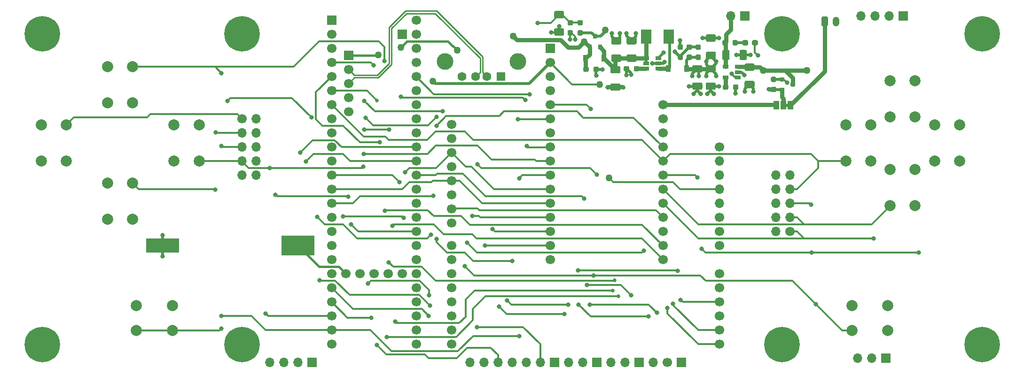
<source format=gbr>
%TF.GenerationSoftware,KiCad,Pcbnew,5.1.9*%
%TF.CreationDate,2021-01-24T16:08:06-08:00*%
%TF.ProjectId,TeensyDisplayShield,5465656e-7379-4446-9973-706c61795368,rev?*%
%TF.SameCoordinates,Original*%
%TF.FileFunction,Copper,L1,Top*%
%TF.FilePolarity,Positive*%
%FSLAX46Y46*%
G04 Gerber Fmt 4.6, Leading zero omitted, Abs format (unit mm)*
G04 Created by KiCad (PCBNEW 5.1.9) date 2021-01-24 16:08:06*
%MOMM*%
%LPD*%
G01*
G04 APERTURE LIST*
%TA.AperFunction,EtchedComponent*%
%ADD10C,0.100000*%
%TD*%
%TA.AperFunction,ComponentPad*%
%ADD11C,1.700000*%
%TD*%
%TA.AperFunction,ComponentPad*%
%ADD12O,1.700000X1.700000*%
%TD*%
%TA.AperFunction,ComponentPad*%
%ADD13R,1.700000X1.700000*%
%TD*%
%TA.AperFunction,SMDPad,CuDef*%
%ADD14R,0.900000X1.200000*%
%TD*%
%TA.AperFunction,ComponentPad*%
%ADD15C,1.600000*%
%TD*%
%TA.AperFunction,ComponentPad*%
%ADD16R,1.600000X1.500000*%
%TD*%
%TA.AperFunction,ComponentPad*%
%ADD17C,3.000000*%
%TD*%
%TA.AperFunction,ComponentPad*%
%ADD18O,1.200000X1.750000*%
%TD*%
%TA.AperFunction,SMDPad,CuDef*%
%ADD19R,1.000000X1.500000*%
%TD*%
%TA.AperFunction,ComponentPad*%
%ADD20C,2.000000*%
%TD*%
%TA.AperFunction,SMDPad,CuDef*%
%ADD21R,1.060000X0.650000*%
%TD*%
%TA.AperFunction,SMDPad,CuDef*%
%ADD22R,6.000000X2.600000*%
%TD*%
%TA.AperFunction,SMDPad,CuDef*%
%ADD23R,6.000000X3.600000*%
%TD*%
%TA.AperFunction,SMDPad,CuDef*%
%ADD24R,0.800000X0.900000*%
%TD*%
%TA.AperFunction,SMDPad,CuDef*%
%ADD25R,1.900000X2.500000*%
%TD*%
%TA.AperFunction,SMDPad,CuDef*%
%ADD26R,0.900000X0.800000*%
%TD*%
%TA.AperFunction,ComponentPad*%
%ADD27C,6.400000*%
%TD*%
%TA.AperFunction,ViaPad*%
%ADD28C,0.800000*%
%TD*%
%TA.AperFunction,ViaPad*%
%ADD29C,1.270000*%
%TD*%
%TA.AperFunction,ViaPad*%
%ADD30C,0.685800*%
%TD*%
%TA.AperFunction,Conductor*%
%ADD31C,0.500000*%
%TD*%
%TA.AperFunction,Conductor*%
%ADD32C,0.300000*%
%TD*%
%TA.AperFunction,Conductor*%
%ADD33C,0.750000*%
%TD*%
%TA.AperFunction,Conductor*%
%ADD34C,0.261112*%
%TD*%
%TA.AperFunction,Conductor*%
%ADD35C,0.400000*%
%TD*%
G04 APERTURE END LIST*
D10*
%TO.C,JP2*%
G36*
X175000000Y-94390000D02*
G01*
X174500000Y-94390000D01*
X174500000Y-93790000D01*
X175000000Y-93790000D01*
X175000000Y-94390000D01*
G37*
%TD*%
D11*
%TO.P,A2,16*%
%TO.N,Net-(A2-Pad16)*%
X114300000Y-134620000D03*
%TO.P,A2,15*%
%TO.N,Net-(A2-Pad15)*%
X114300000Y-137160000D03*
%TO.P,A2,14*%
%TO.N,A5-SCL*%
X162560000Y-137160000D03*
%TO.P,A2,13*%
%TO.N,A4-SDA*%
X162560000Y-134620000D03*
%TO.P,A2,28*%
%TO.N,D13-SPI-SCK*%
X114300000Y-102620000D03*
%TO.P,A2,12*%
%TO.N,Net-(A2-Pad12)*%
X162560000Y-132080000D03*
%TO.P,A2,27*%
%TO.N,D12-SPI-MISO*%
X114300000Y-105160000D03*
%TO.P,A2,11*%
%TO.N,A8*%
X162560000Y-129540000D03*
%TO.P,A2,26*%
%TO.N,D11-SPI-MOSI*%
X114300000Y-107700000D03*
%TO.P,A2,10*%
%TO.N,Net-(A2-Pad10)*%
X162560000Y-127000000D03*
%TO.P,A2,25*%
%TO.N,D10-SPI-CS*%
X114300000Y-110240000D03*
%TO.P,A2,9*%
%TO.N,Net-(A2-Pad9)*%
X162560000Y-124460000D03*
%TO.P,A2,24*%
%TO.N,D9*%
X114300000Y-112780000D03*
%TO.P,A2,8*%
%TO.N,+5V*%
X162560000Y-119380000D03*
%TO.P,A2,23*%
%TO.N,D8-TX2*%
X114300000Y-115320000D03*
%TO.P,A2,7*%
%TO.N,GND*%
X162560000Y-116840000D03*
%TO.P,A2,22*%
%TO.N,Net-(A2-Pad22)*%
X114300000Y-119380000D03*
%TO.P,A2,6*%
%TO.N,GND*%
X162560000Y-114300000D03*
%TO.P,A2,21*%
%TO.N,Net-(A2-Pad21)*%
X114300000Y-121920000D03*
D12*
%TO.P,A2,5*%
%TO.N,+5V*%
X162560000Y-111760000D03*
D11*
%TO.P,A2,20*%
%TO.N,Net-(A2-Pad20)*%
X114300000Y-124460000D03*
D12*
%TO.P,A2,4*%
%TO.N,+3V3*%
X162560000Y-109220000D03*
D11*
%TO.P,A2,19*%
%TO.N,Net-(A2-Pad19)*%
X114300000Y-127000000D03*
D12*
%TO.P,A2,3*%
%TO.N,Net-(A2-Pad3)*%
X162560000Y-106680000D03*
D11*
%TO.P,A2,18*%
%TO.N,Net-(A2-Pad18)*%
X114300000Y-129540000D03*
D12*
%TO.P,A2,2*%
%TO.N,Net-(A2-Pad2)*%
X162560000Y-104140000D03*
D11*
%TO.P,A2,17*%
%TO.N,Net-(A2-Pad17)*%
X114300000Y-132080000D03*
%TO.P,A2,1*%
%TO.N,Net-(A2-Pad1)*%
X162560000Y-101600000D03*
%TO.P,A2,30*%
%TO.N,Net-(A2-Pad30)*%
X114300000Y-97540000D03*
%TO.P,A2,29*%
%TO.N,GND*%
X114300000Y-100080000D03*
%TD*%
%TO.P,A1,16*%
%TO.N,Net-(A1-Pad16)*%
X132080000Y-121920000D03*
%TO.P,A1,15*%
%TO.N,D1-TX1-SPI1-MISO1*%
X132080000Y-119380000D03*
%TO.P,A1,14*%
%TO.N,D0-RX1-SPI-CS1*%
X132080000Y-116840000D03*
%TO.P,A1,13*%
%TO.N,D12-SPI-MISO*%
X132080000Y-114300000D03*
%TO.P,A1,12*%
%TO.N,D11-SPI-MOSI*%
X132080000Y-111760000D03*
%TO.P,A1,11*%
%TO.N,D13-SPI-SCK*%
X132080000Y-109220000D03*
%TO.P,A1,10*%
%TO.N,Button-B*%
X132080000Y-106680000D03*
%TO.P,A1,9*%
%TO.N,Button-Y*%
X132080000Y-104140000D03*
%TO.P,A1,8*%
%TO.N,A9*%
X132080000Y-101600000D03*
%TO.P,A1,7*%
%TO.N,A8*%
X132080000Y-99060000D03*
%TO.P,A1,6*%
%TO.N,A17*%
X132080000Y-96520000D03*
%TO.P,A1,5*%
%TO.N,A16*%
X132080000Y-93980000D03*
%TO.P,A1,4*%
%TO.N,GND*%
X132080000Y-91440000D03*
%TO.P,A1,3*%
%TO.N,Net-(A1-Pad3)*%
X132080000Y-88900000D03*
%TO.P,A1,2*%
%TO.N,+3V3*%
X132080000Y-86360000D03*
D13*
%TO.P,A1,1*%
%TO.N,Net-(A1-Pad1)*%
X132080000Y-83820000D03*
D11*
%TO.P,A1,28*%
%TO.N,Feather-VBAT*%
X152400000Y-93980000D03*
%TO.P,A1,27*%
%TO.N,Net-(A1-Pad27)*%
X152400000Y-96520000D03*
%TO.P,A1,26*%
%TO.N,+5V*%
X152400000Y-99060000D03*
%TO.P,A1,25*%
%TO.N,Button-Select*%
X152400000Y-101600000D03*
%TO.P,A1,24*%
%TO.N,Button-Right*%
X152400000Y-104140000D03*
%TO.P,A1,23*%
%TO.N,Button-Left*%
X152400000Y-106680000D03*
%TO.P,A1,22*%
%TO.N,Button-Down*%
X152400000Y-109220000D03*
%TO.P,A1,21*%
%TO.N,Button-Up*%
X152400000Y-111760000D03*
%TO.P,A1,20*%
%TO.N,D9*%
X152400000Y-114300000D03*
%TO.P,A1,19*%
%TO.N,D8-TX2*%
X152400000Y-116840000D03*
%TO.P,A1,18*%
%TO.N,A5-SCL*%
X152400000Y-119380000D03*
%TO.P,A1,17*%
%TO.N,A4-SDA*%
X152400000Y-121920000D03*
%TD*%
D14*
%TO.P,D2,2*%
%TO.N,VUSB*%
X138500000Y-85580000D03*
%TO.P,D2,1*%
%TO.N,Net-(C3-Pad1)*%
X141800000Y-85580000D03*
%TD*%
%TO.P,D1,2*%
%TO.N,Net-(D1-Pad2)*%
%TA.AperFunction,SMDPad,CuDef*%
G36*
G01*
X167752000Y-82562500D02*
X167752000Y-83037500D01*
G75*
G02*
X167514500Y-83275000I-237500J0D01*
G01*
X166939500Y-83275000D01*
G75*
G02*
X166702000Y-83037500I0J237500D01*
G01*
X166702000Y-82562500D01*
G75*
G02*
X166939500Y-82325000I237500J0D01*
G01*
X167514500Y-82325000D01*
G75*
G02*
X167752000Y-82562500I0J-237500D01*
G01*
G37*
%TD.AperFunction*%
%TO.P,D1,1*%
%TO.N,Net-(D1-Pad1)*%
%TA.AperFunction,SMDPad,CuDef*%
G36*
G01*
X169502000Y-82562500D02*
X169502000Y-83037500D01*
G75*
G02*
X169264500Y-83275000I-237500J0D01*
G01*
X168689500Y-83275000D01*
G75*
G02*
X168452000Y-83037500I0J237500D01*
G01*
X168452000Y-82562500D01*
G75*
G02*
X168689500Y-82325000I237500J0D01*
G01*
X169264500Y-82325000D01*
G75*
G02*
X169502000Y-82562500I0J-237500D01*
G01*
G37*
%TD.AperFunction*%
%TD*%
D15*
%TO.P,J2,4*%
%TO.N,GND*%
X116190000Y-88900000D03*
%TO.P,J2,3*%
%TO.N,USBHost_D+*%
X118690000Y-88900000D03*
%TO.P,J2,2*%
%TO.N,USBHost_D-*%
X120690000Y-88900000D03*
D16*
%TO.P,J2,1*%
%TO.N,USBHost_5V*%
X123190000Y-88900000D03*
D17*
%TO.P,J2,5*%
%TO.N,Net-(J2-Pad5)*%
X113120000Y-86190000D03*
X126260000Y-86190000D03*
%TD*%
D13*
%TO.P,J5,1*%
%TO.N,GND*%
X195700000Y-78000000D03*
D12*
%TO.P,J5,2*%
%TO.N,+5V*%
X193160000Y-78000000D03*
%TO.P,J5,3*%
X190620000Y-78000000D03*
%TO.P,J5,4*%
%TO.N,VBAT*%
X188080000Y-78000000D03*
%TD*%
%TO.P,J1,1*%
%TO.N,Onboard-VBAT*%
%TA.AperFunction,ComponentPad*%
G36*
G01*
X180950000Y-79575001D02*
X180950000Y-78324999D01*
G75*
G02*
X181199999Y-78075000I249999J0D01*
G01*
X181900001Y-78075000D01*
G75*
G02*
X182150000Y-78324999I0J-249999D01*
G01*
X182150000Y-79575001D01*
G75*
G02*
X181900001Y-79825000I-249999J0D01*
G01*
X181199999Y-79825000D01*
G75*
G02*
X180950000Y-79575001I0J249999D01*
G01*
G37*
%TD.AperFunction*%
D18*
%TO.P,J1,2*%
%TO.N,GND*%
X183550000Y-78950000D03*
%TD*%
D13*
%TO.P,J6,1*%
%TO.N,GND*%
X167170000Y-78000000D03*
D12*
%TO.P,J6,2*%
%TO.N,VUSB*%
X164630000Y-78000000D03*
%TD*%
%TO.P,J3,16*%
%TO.N,D35-TX8*%
X117602000Y-140440000D03*
%TO.P,J3,15*%
%TO.N,D34-RX8*%
X120142000Y-140440000D03*
%TO.P,J3,14*%
%TO.N,D29-TX7*%
X122682000Y-140440000D03*
%TO.P,J3,13*%
%TO.N,D28-RX7*%
X125222000Y-140440000D03*
%TO.P,J3,12*%
%TO.N,A10-SCL2-TX6*%
X127762000Y-140440000D03*
%TO.P,J3,11*%
%TO.N,A11-SDA2-RX6*%
X130302000Y-140440000D03*
D13*
%TO.P,J3,10*%
%TO.N,GND*%
X132842000Y-140440000D03*
D12*
%TO.P,J3,9*%
%TO.N,A6-TX5*%
X135382000Y-140440000D03*
%TO.P,J3,8*%
%TO.N,A7-RX5*%
X137922000Y-140440000D03*
D13*
%TO.P,J3,7*%
%TO.N,GND*%
X140462000Y-140440000D03*
D12*
%TO.P,J3,6*%
%TO.N,A0-TX3*%
X143002000Y-140440000D03*
%TO.P,J3,5*%
%TO.N,A1-RX3*%
X145542000Y-140440000D03*
D13*
%TO.P,J3,4*%
%TO.N,GND*%
X148082000Y-140440000D03*
D12*
%TO.P,J3,3*%
%TO.N,D1-TX1-SPI1-MISO1*%
X150622000Y-140440000D03*
D11*
%TO.P,J3,2*%
%TO.N,D0-RX1-SPI-CS1*%
X153162000Y-140440000D03*
D13*
%TO.P,J3,1*%
%TO.N,GND*%
X155702000Y-140440000D03*
%TD*%
D19*
%TO.P,JP2,1*%
%TO.N,Onboard-VBAT*%
X175400000Y-94090000D03*
%TO.P,JP2,3*%
%TO.N,Feather-VBAT*%
X172800000Y-94090000D03*
%TO.P,JP2,2*%
%TO.N,Net-(JP2-Pad2)*%
X174100000Y-94090000D03*
%TD*%
D20*
%TO.P,SW2,1*%
%TO.N,Button-Up*%
X197850000Y-89640000D03*
%TO.P,SW2,2*%
%TO.N,GND*%
X193350000Y-89640000D03*
%TO.P,SW2,1*%
%TO.N,Button-Up*%
X197850000Y-96140000D03*
%TO.P,SW2,2*%
%TO.N,GND*%
X193350000Y-96140000D03*
%TD*%
D13*
%TO.P,U2,49*%
%TO.N,Teensy-VUSB*%
X105410000Y-81280000D03*
D11*
%TO.P,U2,59*%
%TO.N,GND*%
X95760800Y-95199200D03*
%TO.P,U2,58*%
X95760800Y-92659200D03*
%TO.P,U2,57*%
%TO.N,USBHost_D+*%
X95760800Y-90119200D03*
%TO.P,U2,56*%
%TO.N,USBHost_D-*%
X95760800Y-87579200D03*
D13*
%TO.P,U2,55*%
%TO.N,USBHost_5V*%
X95760800Y-85039200D03*
D11*
%TO.P,U2,48*%
%TO.N,+5V*%
X107950000Y-78740000D03*
%TO.P,U2,47*%
%TO.N,GND*%
X107950000Y-81280000D03*
%TO.P,U2,46*%
%TO.N,+3V3*%
X107950000Y-83820000D03*
%TO.P,U2,45*%
%TO.N,A9*%
X107950000Y-86360000D03*
%TO.P,U2,44*%
%TO.N,A8*%
X107950000Y-88900000D03*
%TO.P,U2,43*%
%TO.N,A7-RX5*%
X107950000Y-91440000D03*
%TO.P,U2,42*%
%TO.N,A6-TX5*%
X107950000Y-93980000D03*
%TO.P,U2,41*%
%TO.N,A5-SCL*%
X107950000Y-96520000D03*
%TO.P,U2,40*%
%TO.N,A4-SDA*%
X107950000Y-99060000D03*
%TO.P,U2,39*%
%TO.N,A3-SDA1-TX4*%
X107950000Y-101600000D03*
%TO.P,U2,38*%
%TO.N,A2-SCL1-RX4*%
X107950000Y-104140000D03*
%TO.P,U2,37*%
%TO.N,A1-RX3*%
X107950000Y-106680000D03*
%TO.P,U2,36*%
%TO.N,A0-TX3*%
X107950000Y-109220000D03*
%TO.P,U2,35*%
%TO.N,D13-SPI-SCK*%
X107950000Y-111760000D03*
D13*
%TO.P,U2,1*%
%TO.N,GND*%
X92710000Y-78740000D03*
D11*
%TO.P,U2,2*%
%TO.N,D0-RX1-SPI-CS1*%
X92710000Y-81280000D03*
%TO.P,U2,3*%
%TO.N,D1-TX1-SPI1-MISO1*%
X92710000Y-83820000D03*
%TO.P,U2,4*%
%TO.N,Button-Up*%
X92710000Y-86360000D03*
%TO.P,U2,5*%
%TO.N,Button-Down*%
X92710000Y-88900000D03*
%TO.P,U2,6*%
%TO.N,Button-Left*%
X92710000Y-91440000D03*
%TO.P,U2,7*%
%TO.N,Button-Right*%
X92710000Y-93980000D03*
%TO.P,U2,8*%
%TO.N,Button-Select*%
X92710000Y-96520000D03*
%TO.P,U2,9*%
%TO.N,D7-RX2*%
X92710000Y-99060000D03*
%TO.P,U2,10*%
%TO.N,D8-TX2*%
X92710000Y-101600000D03*
%TO.P,U2,11*%
%TO.N,D9*%
X92710000Y-104140000D03*
%TO.P,U2,12*%
%TO.N,D10-SPI-CS*%
X92710000Y-106680000D03*
%TO.P,U2,13*%
%TO.N,D11-SPI-MOSI*%
X92710000Y-109220000D03*
%TO.P,U2,34*%
%TO.N,GND*%
X107950000Y-114300000D03*
%TO.P,U2,33*%
%TO.N,A17*%
X107950000Y-116840000D03*
%TO.P,U2,32*%
%TO.N,A16*%
X107950000Y-119380000D03*
%TO.P,U2,31*%
%TO.N,A15-SPI1-MISO1*%
X107950000Y-121920000D03*
%TO.P,U2,30*%
%TO.N,A14-SPI1-CS1*%
X107950000Y-124460000D03*
%TO.P,U2,29*%
%TO.N,D37-SPI-CS*%
X107950000Y-127000000D03*
%TO.P,U2,28*%
%TO.N,D36-SPI-CS*%
X107950000Y-129540000D03*
%TO.P,U2,27*%
%TO.N,D35-TX8*%
X107950000Y-132080000D03*
%TO.P,U2,26*%
%TO.N,D34-RX8*%
X107950000Y-134620000D03*
%TO.P,U2,25*%
%TO.N,D33*%
X107950000Y-137160000D03*
%TO.P,U2,24*%
%TO.N,D32*%
X92710000Y-137160000D03*
%TO.P,U2,23*%
%TO.N,Button-B*%
X92710000Y-134620000D03*
%TO.P,U2,22*%
%TO.N,Button-Y*%
X92710000Y-132080000D03*
%TO.P,U2,21*%
%TO.N,D29-TX7*%
X92710000Y-129540000D03*
%TO.P,U2,14*%
%TO.N,D12-SPI-MISO*%
X92710000Y-111760000D03*
%TO.P,U2,15*%
%TO.N,+3V3*%
X92710000Y-114300000D03*
%TO.P,U2,16*%
%TO.N,A10-SCL2-TX6*%
X92710000Y-116840000D03*
%TO.P,U2,20*%
%TO.N,D28-RX7*%
X92710000Y-127000000D03*
%TO.P,U2,19*%
%TO.N,A13-SPI1-SCK1*%
X92710000Y-124460000D03*
%TO.P,U2,18*%
%TO.N,A12-SPI1-MOSI1*%
X92710000Y-121920000D03*
%TO.P,U2,17*%
%TO.N,A11-SDA2-RX6*%
X92710000Y-119380000D03*
%TO.P,U2,50*%
%TO.N,Net-(BT1-Pad1)*%
X95250000Y-124460000D03*
%TO.P,U2,51*%
%TO.N,Net-(U2-Pad51)*%
X97790000Y-124460000D03*
%TO.P,U2,52*%
%TO.N,GND*%
X100330000Y-124460000D03*
%TO.P,U2,53*%
%TO.N,Net-(U2-Pad53)*%
X102870000Y-124460000D03*
%TO.P,U2,54*%
%TO.N,Net-(U2-Pad54)*%
X105410000Y-124460000D03*
%TD*%
D21*
%TO.P,U1,5*%
%TO.N,Net-(R1-Pad1)*%
X163702000Y-89050000D03*
%TO.P,U1,4*%
%TO.N,VUSB*%
X163702000Y-87150000D03*
%TO.P,U1,3*%
%TO.N,VBAT*%
X165902000Y-87150000D03*
%TO.P,U1,2*%
%TO.N,GND*%
X165902000Y-88100000D03*
%TO.P,U1,1*%
%TO.N,Net-(D1-Pad1)*%
X165902000Y-89050000D03*
%TD*%
D12*
%TO.P,SW1,3*%
%TO.N,N/C*%
X187450000Y-139700000D03*
%TO.P,SW1,2*%
%TO.N,GND*%
X189990000Y-139700000D03*
D13*
%TO.P,SW1,1*%
%TO.N,Net-(Q2-Pad1)*%
X192530000Y-139700000D03*
%TD*%
%TO.P,R4,2*%
%TO.N,GND*%
%TA.AperFunction,SMDPad,CuDef*%
G36*
G01*
X146312500Y-87242500D02*
X146312500Y-87717500D01*
G75*
G02*
X146075000Y-87955000I-237500J0D01*
G01*
X145575000Y-87955000D01*
G75*
G02*
X145337500Y-87717500I0J237500D01*
G01*
X145337500Y-87242500D01*
G75*
G02*
X145575000Y-87005000I237500J0D01*
G01*
X146075000Y-87005000D01*
G75*
G02*
X146312500Y-87242500I0J-237500D01*
G01*
G37*
%TD.AperFunction*%
%TO.P,R4,1*%
%TO.N,Net-(R4-Pad1)*%
%TA.AperFunction,SMDPad,CuDef*%
G36*
G01*
X148137500Y-87242500D02*
X148137500Y-87717500D01*
G75*
G02*
X147900000Y-87955000I-237500J0D01*
G01*
X147400000Y-87955000D01*
G75*
G02*
X147162500Y-87717500I0J237500D01*
G01*
X147162500Y-87242500D01*
G75*
G02*
X147400000Y-87005000I237500J0D01*
G01*
X147900000Y-87005000D01*
G75*
G02*
X148137500Y-87242500I0J-237500D01*
G01*
G37*
%TD.AperFunction*%
%TD*%
%TO.P,R5,1*%
%TO.N,+5V*%
%TA.AperFunction,SMDPad,CuDef*%
G36*
G01*
X157387500Y-85892500D02*
X156912500Y-85892500D01*
G75*
G02*
X156675000Y-85655000I0J237500D01*
G01*
X156675000Y-85155000D01*
G75*
G02*
X156912500Y-84917500I237500J0D01*
G01*
X157387500Y-84917500D01*
G75*
G02*
X157625000Y-85155000I0J-237500D01*
G01*
X157625000Y-85655000D01*
G75*
G02*
X157387500Y-85892500I-237500J0D01*
G01*
G37*
%TD.AperFunction*%
%TO.P,R5,2*%
%TO.N,Net-(R5-Pad2)*%
%TA.AperFunction,SMDPad,CuDef*%
G36*
G01*
X157387500Y-84067500D02*
X156912500Y-84067500D01*
G75*
G02*
X156675000Y-83830000I0J237500D01*
G01*
X156675000Y-83330000D01*
G75*
G02*
X156912500Y-83092500I237500J0D01*
G01*
X157387500Y-83092500D01*
G75*
G02*
X157625000Y-83330000I0J-237500D01*
G01*
X157625000Y-83830000D01*
G75*
G02*
X157387500Y-84067500I-237500J0D01*
G01*
G37*
%TD.AperFunction*%
%TD*%
%TO.P,R6,2*%
%TO.N,GND*%
%TA.AperFunction,SMDPad,CuDef*%
G36*
G01*
X155787500Y-84067500D02*
X155312500Y-84067500D01*
G75*
G02*
X155075000Y-83830000I0J237500D01*
G01*
X155075000Y-83330000D01*
G75*
G02*
X155312500Y-83092500I237500J0D01*
G01*
X155787500Y-83092500D01*
G75*
G02*
X156025000Y-83330000I0J-237500D01*
G01*
X156025000Y-83830000D01*
G75*
G02*
X155787500Y-84067500I-237500J0D01*
G01*
G37*
%TD.AperFunction*%
%TO.P,R6,1*%
%TO.N,Net-(R5-Pad2)*%
%TA.AperFunction,SMDPad,CuDef*%
G36*
G01*
X155787500Y-85892500D02*
X155312500Y-85892500D01*
G75*
G02*
X155075000Y-85655000I0J237500D01*
G01*
X155075000Y-85155000D01*
G75*
G02*
X155312500Y-84917500I237500J0D01*
G01*
X155787500Y-84917500D01*
G75*
G02*
X156025000Y-85155000I0J-237500D01*
G01*
X156025000Y-85655000D01*
G75*
G02*
X155787500Y-85892500I-237500J0D01*
G01*
G37*
%TD.AperFunction*%
%TD*%
%TO.P,R7,1*%
%TO.N,+5V*%
%TA.AperFunction,SMDPad,CuDef*%
G36*
G01*
X158987500Y-85892500D02*
X158512500Y-85892500D01*
G75*
G02*
X158275000Y-85655000I0J237500D01*
G01*
X158275000Y-85155000D01*
G75*
G02*
X158512500Y-84917500I237500J0D01*
G01*
X158987500Y-84917500D01*
G75*
G02*
X159225000Y-85155000I0J-237500D01*
G01*
X159225000Y-85655000D01*
G75*
G02*
X158987500Y-85892500I-237500J0D01*
G01*
G37*
%TD.AperFunction*%
%TO.P,R7,2*%
%TO.N,Net-(R5-Pad2)*%
%TA.AperFunction,SMDPad,CuDef*%
G36*
G01*
X158987500Y-84067500D02*
X158512500Y-84067500D01*
G75*
G02*
X158275000Y-83830000I0J237500D01*
G01*
X158275000Y-83330000D01*
G75*
G02*
X158512500Y-83092500I237500J0D01*
G01*
X158987500Y-83092500D01*
G75*
G02*
X159225000Y-83330000I0J-237500D01*
G01*
X159225000Y-83830000D01*
G75*
G02*
X158987500Y-84067500I-237500J0D01*
G01*
G37*
%TD.AperFunction*%
%TD*%
D21*
%TO.P,U3,1*%
%TO.N,Net-(D3-Pad2)*%
X151550000Y-87480000D03*
%TO.P,U3,2*%
%TO.N,GND*%
X151550000Y-86530000D03*
%TO.P,U3,3*%
%TO.N,Net-(R5-Pad2)*%
X151550000Y-85580000D03*
%TO.P,U3,4*%
%TO.N,Net-(C3-Pad1)*%
X149350000Y-85580000D03*
%TO.P,U3,6*%
%TO.N,Net-(R4-Pad1)*%
X149350000Y-87480000D03*
%TO.P,U3,5*%
%TO.N,Net-(C3-Pad1)*%
X149350000Y-86530000D03*
%TD*%
%TO.P,R3,2*%
%TO.N,GND*%
%TA.AperFunction,SMDPad,CuDef*%
G36*
G01*
X139875000Y-87817500D02*
X139875000Y-87342500D01*
G75*
G02*
X140112500Y-87105000I237500J0D01*
G01*
X140612500Y-87105000D01*
G75*
G02*
X140850000Y-87342500I0J-237500D01*
G01*
X140850000Y-87817500D01*
G75*
G02*
X140612500Y-88055000I-237500J0D01*
G01*
X140112500Y-88055000D01*
G75*
G02*
X139875000Y-87817500I0J237500D01*
G01*
G37*
%TD.AperFunction*%
%TO.P,R3,1*%
%TO.N,VUSB*%
%TA.AperFunction,SMDPad,CuDef*%
G36*
G01*
X138050000Y-87817500D02*
X138050000Y-87342500D01*
G75*
G02*
X138287500Y-87105000I237500J0D01*
G01*
X138787500Y-87105000D01*
G75*
G02*
X139025000Y-87342500I0J-237500D01*
G01*
X139025000Y-87817500D01*
G75*
G02*
X138787500Y-88055000I-237500J0D01*
G01*
X138287500Y-88055000D01*
G75*
G02*
X138050000Y-87817500I0J237500D01*
G01*
G37*
%TD.AperFunction*%
%TD*%
%TO.P,R2,2*%
%TO.N,VUSB*%
%TA.AperFunction,SMDPad,CuDef*%
G36*
G01*
X164077000Y-82562500D02*
X164077000Y-83037500D01*
G75*
G02*
X163839500Y-83275000I-237500J0D01*
G01*
X163339500Y-83275000D01*
G75*
G02*
X163102000Y-83037500I0J237500D01*
G01*
X163102000Y-82562500D01*
G75*
G02*
X163339500Y-82325000I237500J0D01*
G01*
X163839500Y-82325000D01*
G75*
G02*
X164077000Y-82562500I0J-237500D01*
G01*
G37*
%TD.AperFunction*%
%TO.P,R2,1*%
%TO.N,Net-(D1-Pad2)*%
%TA.AperFunction,SMDPad,CuDef*%
G36*
G01*
X165902000Y-82562500D02*
X165902000Y-83037500D01*
G75*
G02*
X165664500Y-83275000I-237500J0D01*
G01*
X165164500Y-83275000D01*
G75*
G02*
X164927000Y-83037500I0J237500D01*
G01*
X164927000Y-82562500D01*
G75*
G02*
X165164500Y-82325000I237500J0D01*
G01*
X165664500Y-82325000D01*
G75*
G02*
X165902000Y-82562500I0J-237500D01*
G01*
G37*
%TD.AperFunction*%
%TD*%
%TO.P,R1,2*%
%TO.N,GND*%
%TA.AperFunction,SMDPad,CuDef*%
G36*
G01*
X165027000Y-91037500D02*
X165027000Y-90562500D01*
G75*
G02*
X165264500Y-90325000I237500J0D01*
G01*
X165764500Y-90325000D01*
G75*
G02*
X166002000Y-90562500I0J-237500D01*
G01*
X166002000Y-91037500D01*
G75*
G02*
X165764500Y-91275000I-237500J0D01*
G01*
X165264500Y-91275000D01*
G75*
G02*
X165027000Y-91037500I0J237500D01*
G01*
G37*
%TD.AperFunction*%
%TO.P,R1,1*%
%TO.N,Net-(R1-Pad1)*%
%TA.AperFunction,SMDPad,CuDef*%
G36*
G01*
X163202000Y-91037500D02*
X163202000Y-90562500D01*
G75*
G02*
X163439500Y-90325000I237500J0D01*
G01*
X163939500Y-90325000D01*
G75*
G02*
X164177000Y-90562500I0J-237500D01*
G01*
X164177000Y-91037500D01*
G75*
G02*
X163939500Y-91275000I-237500J0D01*
G01*
X163439500Y-91275000D01*
G75*
G02*
X163202000Y-91037500I0J237500D01*
G01*
G37*
%TD.AperFunction*%
%TD*%
%TO.P,R10,2*%
%TO.N,GND*%
%TA.AperFunction,SMDPad,CuDef*%
G36*
G01*
X135464500Y-80525000D02*
X135939500Y-80525000D01*
G75*
G02*
X136177000Y-80762500I0J-237500D01*
G01*
X136177000Y-81262500D01*
G75*
G02*
X135939500Y-81500000I-237500J0D01*
G01*
X135464500Y-81500000D01*
G75*
G02*
X135227000Y-81262500I0J237500D01*
G01*
X135227000Y-80762500D01*
G75*
G02*
X135464500Y-80525000I237500J0D01*
G01*
G37*
%TD.AperFunction*%
%TO.P,R10,1*%
%TO.N,A8*%
%TA.AperFunction,SMDPad,CuDef*%
G36*
G01*
X135464500Y-78700000D02*
X135939500Y-78700000D01*
G75*
G02*
X136177000Y-78937500I0J-237500D01*
G01*
X136177000Y-79437500D01*
G75*
G02*
X135939500Y-79675000I-237500J0D01*
G01*
X135464500Y-79675000D01*
G75*
G02*
X135227000Y-79437500I0J237500D01*
G01*
X135227000Y-78937500D01*
G75*
G02*
X135464500Y-78700000I237500J0D01*
G01*
G37*
%TD.AperFunction*%
%TD*%
%TO.P,R9,2*%
%TO.N,A8*%
%TA.AperFunction,SMDPad,CuDef*%
G36*
G01*
X137739500Y-79675000D02*
X137264500Y-79675000D01*
G75*
G02*
X137027000Y-79437500I0J237500D01*
G01*
X137027000Y-78937500D01*
G75*
G02*
X137264500Y-78700000I237500J0D01*
G01*
X137739500Y-78700000D01*
G75*
G02*
X137977000Y-78937500I0J-237500D01*
G01*
X137977000Y-79437500D01*
G75*
G02*
X137739500Y-79675000I-237500J0D01*
G01*
G37*
%TD.AperFunction*%
%TO.P,R9,1*%
%TO.N,VBAT*%
%TA.AperFunction,SMDPad,CuDef*%
G36*
G01*
X137739500Y-81500000D02*
X137264500Y-81500000D01*
G75*
G02*
X137027000Y-81262500I0J237500D01*
G01*
X137027000Y-80762500D01*
G75*
G02*
X137264500Y-80525000I237500J0D01*
G01*
X137739500Y-80525000D01*
G75*
G02*
X137977000Y-80762500I0J-237500D01*
G01*
X137977000Y-81262500D01*
G75*
G02*
X137739500Y-81500000I-237500J0D01*
G01*
G37*
%TD.AperFunction*%
%TD*%
D22*
%TO.P,BT1,2*%
%TO.N,GND*%
X62230000Y-119380000D03*
D23*
%TO.P,BT1,1*%
%TO.N,Net-(BT1-Pad1)*%
X86630000Y-119380000D03*
%TD*%
D24*
%TO.P,Q1,3*%
%TO.N,VBAT*%
X140150000Y-81580000D03*
%TO.P,Q1,2*%
%TO.N,Net-(C3-Pad1)*%
X141100000Y-83580000D03*
%TO.P,Q1,1*%
%TO.N,VUSB*%
X139200000Y-83580000D03*
%TD*%
D12*
%TO.P,J4,4*%
%TO.N,A3-SDA1-TX4*%
X81542000Y-140440000D03*
%TO.P,J4,3*%
%TO.N,A2-SCL1-RX4*%
X84082000Y-140440000D03*
%TO.P,J4,2*%
%TO.N,+3V3*%
X86622000Y-140440000D03*
D13*
%TO.P,J4,1*%
%TO.N,GND*%
X89162000Y-140440000D03*
%TD*%
D20*
%TO.P,SW7,1*%
%TO.N,Button-Select*%
X64008000Y-134706000D03*
%TO.P,SW7,2*%
%TO.N,GND*%
X64008000Y-130206000D03*
%TO.P,SW7,1*%
%TO.N,Button-Select*%
X57508000Y-134706000D03*
%TO.P,SW7,2*%
%TO.N,GND*%
X57508000Y-130206000D03*
%TD*%
%TO.P,SW6,1*%
%TO.N,A16*%
X192936000Y-134706000D03*
%TO.P,SW6,2*%
%TO.N,GND*%
X192936000Y-130206000D03*
%TO.P,SW6,1*%
%TO.N,A16*%
X186436000Y-134706000D03*
%TO.P,SW6,2*%
%TO.N,GND*%
X186436000Y-130206000D03*
%TD*%
%TO.P,SW11,1*%
%TO.N,Button-Y*%
X68834000Y-97640000D03*
%TO.P,SW11,2*%
%TO.N,GND*%
X64334000Y-97640000D03*
%TO.P,SW11,1*%
%TO.N,Button-Y*%
X68834000Y-104140000D03*
%TO.P,SW11,2*%
%TO.N,GND*%
X64334000Y-104140000D03*
%TD*%
%TO.P,SW10,1*%
%TO.N,A9*%
X56858000Y-87140000D03*
%TO.P,SW10,2*%
%TO.N,GND*%
X52358000Y-87140000D03*
%TO.P,SW10,1*%
%TO.N,A9*%
X56858000Y-93640000D03*
%TO.P,SW10,2*%
%TO.N,GND*%
X52358000Y-93640000D03*
%TD*%
%TO.P,SW9,1*%
%TO.N,Button-B*%
X56858000Y-108140000D03*
%TO.P,SW9,2*%
%TO.N,GND*%
X52358000Y-108140000D03*
%TO.P,SW9,1*%
%TO.N,Button-B*%
X56858000Y-114640000D03*
%TO.P,SW9,2*%
%TO.N,GND*%
X52358000Y-114640000D03*
%TD*%
%TO.P,SW8,1*%
%TO.N,A17*%
X44882000Y-97640000D03*
%TO.P,SW8,2*%
%TO.N,GND*%
X40382000Y-97640000D03*
%TO.P,SW8,1*%
%TO.N,A17*%
X44882000Y-104140000D03*
%TO.P,SW8,2*%
%TO.N,GND*%
X40382000Y-104140000D03*
%TD*%
%TO.P,SW5,1*%
%TO.N,Button-Right*%
X185350000Y-104140000D03*
%TO.P,SW5,2*%
%TO.N,GND*%
X189850000Y-104140000D03*
%TO.P,SW5,1*%
%TO.N,Button-Right*%
X185350000Y-97640000D03*
%TO.P,SW5,2*%
%TO.N,GND*%
X189850000Y-97640000D03*
%TD*%
%TO.P,SW4,1*%
%TO.N,Button-Left*%
X205850000Y-97640000D03*
%TO.P,SW4,2*%
%TO.N,GND*%
X201350000Y-97640000D03*
%TO.P,SW4,1*%
%TO.N,Button-Left*%
X205850000Y-104140000D03*
%TO.P,SW4,2*%
%TO.N,GND*%
X201350000Y-104140000D03*
%TD*%
%TO.P,SW3,1*%
%TO.N,Button-Down*%
X193350000Y-112140000D03*
%TO.P,SW3,2*%
%TO.N,GND*%
X197850000Y-112140000D03*
%TO.P,SW3,1*%
%TO.N,Button-Down*%
X193350000Y-105640000D03*
%TO.P,SW3,2*%
%TO.N,GND*%
X197850000Y-105640000D03*
%TD*%
D14*
%TO.P,D3,1*%
%TO.N,+5V*%
X156650000Y-87480000D03*
%TO.P,D3,2*%
%TO.N,Net-(D3-Pad2)*%
X153350000Y-87480000D03*
%TD*%
D25*
%TO.P,L1,1*%
%TO.N,Net-(C3-Pad1)*%
X149350000Y-81680000D03*
%TO.P,L1,2*%
%TO.N,Net-(D3-Pad2)*%
X153450000Y-81680000D03*
%TD*%
%TO.P,C4,2*%
%TO.N,GND*%
%TA.AperFunction,SMDPad,CuDef*%
G36*
G01*
X144650003Y-83117500D02*
X143349997Y-83117500D01*
G75*
G02*
X143100000Y-82867503I0J249997D01*
G01*
X143100000Y-82042497D01*
G75*
G02*
X143349997Y-81792500I249997J0D01*
G01*
X144650003Y-81792500D01*
G75*
G02*
X144900000Y-82042497I0J-249997D01*
G01*
X144900000Y-82867503D01*
G75*
G02*
X144650003Y-83117500I-249997J0D01*
G01*
G37*
%TD.AperFunction*%
%TO.P,C4,1*%
%TO.N,Net-(C3-Pad1)*%
%TA.AperFunction,SMDPad,CuDef*%
G36*
G01*
X144650003Y-86242500D02*
X143349997Y-86242500D01*
G75*
G02*
X143100000Y-85992503I0J249997D01*
G01*
X143100000Y-85167497D01*
G75*
G02*
X143349997Y-84917500I249997J0D01*
G01*
X144650003Y-84917500D01*
G75*
G02*
X144900000Y-85167497I0J-249997D01*
G01*
X144900000Y-85992503D01*
G75*
G02*
X144650003Y-86242500I-249997J0D01*
G01*
G37*
%TD.AperFunction*%
%TD*%
%TO.P,C5,1*%
%TO.N,Net-(C3-Pad1)*%
%TA.AperFunction,SMDPad,CuDef*%
G36*
G01*
X147400003Y-86242500D02*
X146099997Y-86242500D01*
G75*
G02*
X145850000Y-85992503I0J249997D01*
G01*
X145850000Y-85167497D01*
G75*
G02*
X146099997Y-84917500I249997J0D01*
G01*
X147400003Y-84917500D01*
G75*
G02*
X147650000Y-85167497I0J-249997D01*
G01*
X147650000Y-85992503D01*
G75*
G02*
X147400003Y-86242500I-249997J0D01*
G01*
G37*
%TD.AperFunction*%
%TO.P,C5,2*%
%TO.N,GND*%
%TA.AperFunction,SMDPad,CuDef*%
G36*
G01*
X147400003Y-83117500D02*
X146099997Y-83117500D01*
G75*
G02*
X145850000Y-82867503I0J249997D01*
G01*
X145850000Y-82042497D01*
G75*
G02*
X146099997Y-81792500I249997J0D01*
G01*
X147400003Y-81792500D01*
G75*
G02*
X147650000Y-82042497I0J-249997D01*
G01*
X147650000Y-82867503D01*
G75*
G02*
X147400003Y-83117500I-249997J0D01*
G01*
G37*
%TD.AperFunction*%
%TD*%
%TO.P,C6,2*%
%TO.N,GND*%
%TA.AperFunction,SMDPad,CuDef*%
G36*
G01*
X157951997Y-89962500D02*
X159252003Y-89962500D01*
G75*
G02*
X159502000Y-90212497I0J-249997D01*
G01*
X159502000Y-91037503D01*
G75*
G02*
X159252003Y-91287500I-249997J0D01*
G01*
X157951997Y-91287500D01*
G75*
G02*
X157702000Y-91037503I0J249997D01*
G01*
X157702000Y-90212497D01*
G75*
G02*
X157951997Y-89962500I249997J0D01*
G01*
G37*
%TD.AperFunction*%
%TO.P,C6,1*%
%TO.N,+5V*%
%TA.AperFunction,SMDPad,CuDef*%
G36*
G01*
X157951997Y-86837500D02*
X159252003Y-86837500D01*
G75*
G02*
X159502000Y-87087497I0J-249997D01*
G01*
X159502000Y-87912503D01*
G75*
G02*
X159252003Y-88162500I-249997J0D01*
G01*
X157951997Y-88162500D01*
G75*
G02*
X157702000Y-87912503I0J249997D01*
G01*
X157702000Y-87087497D01*
G75*
G02*
X157951997Y-86837500I249997J0D01*
G01*
G37*
%TD.AperFunction*%
%TD*%
%TO.P,C7,1*%
%TO.N,+5V*%
%TA.AperFunction,SMDPad,CuDef*%
G36*
G01*
X160351997Y-86837500D02*
X161652003Y-86837500D01*
G75*
G02*
X161902000Y-87087497I0J-249997D01*
G01*
X161902000Y-87912503D01*
G75*
G02*
X161652003Y-88162500I-249997J0D01*
G01*
X160351997Y-88162500D01*
G75*
G02*
X160102000Y-87912503I0J249997D01*
G01*
X160102000Y-87087497D01*
G75*
G02*
X160351997Y-86837500I249997J0D01*
G01*
G37*
%TD.AperFunction*%
%TO.P,C7,2*%
%TO.N,GND*%
%TA.AperFunction,SMDPad,CuDef*%
G36*
G01*
X160351997Y-89962500D02*
X161652003Y-89962500D01*
G75*
G02*
X161902000Y-90212497I0J-249997D01*
G01*
X161902000Y-91037503D01*
G75*
G02*
X161652003Y-91287500I-249997J0D01*
G01*
X160351997Y-91287500D01*
G75*
G02*
X160102000Y-91037503I0J249997D01*
G01*
X160102000Y-90212497D01*
G75*
G02*
X160351997Y-89962500I249997J0D01*
G01*
G37*
%TD.AperFunction*%
%TD*%
%TO.P,C1,2*%
%TO.N,VUSB*%
%TA.AperFunction,SMDPad,CuDef*%
G36*
G01*
X164402000Y-84349997D02*
X164402000Y-85650003D01*
G75*
G02*
X164152003Y-85900000I-249997J0D01*
G01*
X163326997Y-85900000D01*
G75*
G02*
X163077000Y-85650003I0J249997D01*
G01*
X163077000Y-84349997D01*
G75*
G02*
X163326997Y-84100000I249997J0D01*
G01*
X164152003Y-84100000D01*
G75*
G02*
X164402000Y-84349997I0J-249997D01*
G01*
G37*
%TD.AperFunction*%
%TO.P,C1,1*%
%TO.N,GND*%
%TA.AperFunction,SMDPad,CuDef*%
G36*
G01*
X167527000Y-84349997D02*
X167527000Y-85650003D01*
G75*
G02*
X167277003Y-85900000I-249997J0D01*
G01*
X166451997Y-85900000D01*
G75*
G02*
X166202000Y-85650003I0J249997D01*
G01*
X166202000Y-84349997D01*
G75*
G02*
X166451997Y-84100000I249997J0D01*
G01*
X167277003Y-84100000D01*
G75*
G02*
X167527000Y-84349997I0J-249997D01*
G01*
G37*
%TD.AperFunction*%
%TD*%
%TO.P,C2,1*%
%TO.N,VBAT*%
%TA.AperFunction,SMDPad,CuDef*%
G36*
G01*
X167351997Y-86537500D02*
X168652003Y-86537500D01*
G75*
G02*
X168902000Y-86787497I0J-249997D01*
G01*
X168902000Y-87612503D01*
G75*
G02*
X168652003Y-87862500I-249997J0D01*
G01*
X167351997Y-87862500D01*
G75*
G02*
X167102000Y-87612503I0J249997D01*
G01*
X167102000Y-86787497D01*
G75*
G02*
X167351997Y-86537500I249997J0D01*
G01*
G37*
%TD.AperFunction*%
%TO.P,C2,2*%
%TO.N,GND*%
%TA.AperFunction,SMDPad,CuDef*%
G36*
G01*
X167351997Y-89662500D02*
X168652003Y-89662500D01*
G75*
G02*
X168902000Y-89912497I0J-249997D01*
G01*
X168902000Y-90737503D01*
G75*
G02*
X168652003Y-90987500I-249997J0D01*
G01*
X167351997Y-90987500D01*
G75*
G02*
X167102000Y-90737503I0J249997D01*
G01*
X167102000Y-89912497D01*
G75*
G02*
X167351997Y-89662500I249997J0D01*
G01*
G37*
%TD.AperFunction*%
%TD*%
D26*
%TO.P,Q2,1*%
%TO.N,Net-(Q2-Pad1)*%
X173832000Y-89360000D03*
%TO.P,Q2,2*%
%TO.N,Net-(JP2-Pad2)*%
X173832000Y-91260000D03*
%TO.P,Q2,3*%
%TO.N,VBAT*%
X175832000Y-90310000D03*
%TD*%
%TO.P,R8,1*%
%TO.N,Net-(Q2-Pad1)*%
%TA.AperFunction,SMDPad,CuDef*%
G36*
G01*
X172094500Y-88910000D02*
X172569500Y-88910000D01*
G75*
G02*
X172807000Y-89147500I0J-237500D01*
G01*
X172807000Y-89647500D01*
G75*
G02*
X172569500Y-89885000I-237500J0D01*
G01*
X172094500Y-89885000D01*
G75*
G02*
X171857000Y-89647500I0J237500D01*
G01*
X171857000Y-89147500D01*
G75*
G02*
X172094500Y-88910000I237500J0D01*
G01*
G37*
%TD.AperFunction*%
%TO.P,R8,2*%
%TO.N,Net-(JP2-Pad2)*%
%TA.AperFunction,SMDPad,CuDef*%
G36*
G01*
X172094500Y-90735000D02*
X172569500Y-90735000D01*
G75*
G02*
X172807000Y-90972500I0J-237500D01*
G01*
X172807000Y-91472500D01*
G75*
G02*
X172569500Y-91710000I-237500J0D01*
G01*
X172094500Y-91710000D01*
G75*
G02*
X171857000Y-91472500I0J237500D01*
G01*
X171857000Y-90972500D01*
G75*
G02*
X172094500Y-90735000I237500J0D01*
G01*
G37*
%TD.AperFunction*%
%TD*%
%TO.P,C3,2*%
%TO.N,GND*%
%TA.AperFunction,SMDPad,CuDef*%
G36*
G01*
X143181997Y-90122500D02*
X144482003Y-90122500D01*
G75*
G02*
X144732000Y-90372497I0J-249997D01*
G01*
X144732000Y-91197503D01*
G75*
G02*
X144482003Y-91447500I-249997J0D01*
G01*
X143181997Y-91447500D01*
G75*
G02*
X142932000Y-91197503I0J249997D01*
G01*
X142932000Y-90372497D01*
G75*
G02*
X143181997Y-90122500I249997J0D01*
G01*
G37*
%TD.AperFunction*%
%TO.P,C3,1*%
%TO.N,Net-(C3-Pad1)*%
%TA.AperFunction,SMDPad,CuDef*%
G36*
G01*
X143181997Y-86997500D02*
X144482003Y-86997500D01*
G75*
G02*
X144732000Y-87247497I0J-249997D01*
G01*
X144732000Y-88072503D01*
G75*
G02*
X144482003Y-88322500I-249997J0D01*
G01*
X143181997Y-88322500D01*
G75*
G02*
X142932000Y-88072503I0J249997D01*
G01*
X142932000Y-87247497D01*
G75*
G02*
X143181997Y-86997500I249997J0D01*
G01*
G37*
%TD.AperFunction*%
%TD*%
%TO.P,C8,1*%
%TO.N,+5V*%
%TA.AperFunction,SMDPad,CuDef*%
G36*
G01*
X161682003Y-85722500D02*
X160381997Y-85722500D01*
G75*
G02*
X160132000Y-85472503I0J249997D01*
G01*
X160132000Y-84647497D01*
G75*
G02*
X160381997Y-84397500I249997J0D01*
G01*
X161682003Y-84397500D01*
G75*
G02*
X161932000Y-84647497I0J-249997D01*
G01*
X161932000Y-85472503D01*
G75*
G02*
X161682003Y-85722500I-249997J0D01*
G01*
G37*
%TD.AperFunction*%
%TO.P,C8,2*%
%TO.N,GND*%
%TA.AperFunction,SMDPad,CuDef*%
G36*
G01*
X161682003Y-82597500D02*
X160381997Y-82597500D01*
G75*
G02*
X160132000Y-82347503I0J249997D01*
G01*
X160132000Y-81522497D01*
G75*
G02*
X160381997Y-81272500I249997J0D01*
G01*
X161682003Y-81272500D01*
G75*
G02*
X161932000Y-81522497I0J-249997D01*
G01*
X161932000Y-82347503D01*
G75*
G02*
X161682003Y-82597500I-249997J0D01*
G01*
G37*
%TD.AperFunction*%
%TD*%
%TO.P,C9,1*%
%TO.N,A8*%
%TA.AperFunction,SMDPad,CuDef*%
G36*
G01*
X133049997Y-77075000D02*
X134350003Y-77075000D01*
G75*
G02*
X134600000Y-77324997I0J-249997D01*
G01*
X134600000Y-78150003D01*
G75*
G02*
X134350003Y-78400000I-249997J0D01*
G01*
X133049997Y-78400000D01*
G75*
G02*
X132800000Y-78150003I0J249997D01*
G01*
X132800000Y-77324997D01*
G75*
G02*
X133049997Y-77075000I249997J0D01*
G01*
G37*
%TD.AperFunction*%
%TO.P,C9,2*%
%TO.N,GND*%
%TA.AperFunction,SMDPad,CuDef*%
G36*
G01*
X133049997Y-80200000D02*
X134350003Y-80200000D01*
G75*
G02*
X134600000Y-80449997I0J-249997D01*
G01*
X134600000Y-81275003D01*
G75*
G02*
X134350003Y-81525000I-249997J0D01*
G01*
X133049997Y-81525000D01*
G75*
G02*
X132800000Y-81275003I0J249997D01*
G01*
X132800000Y-80449997D01*
G75*
G02*
X133049997Y-80200000I249997J0D01*
G01*
G37*
%TD.AperFunction*%
%TD*%
D11*
%TO.P,J7,1*%
%TO.N,Button-Up*%
X175260000Y-116840000D03*
D12*
%TO.P,J7,2*%
%TO.N,GND*%
X172720000Y-116840000D03*
%TO.P,J7,3*%
%TO.N,Button-Down*%
X175260000Y-114300000D03*
%TO.P,J7,4*%
%TO.N,GND*%
X172720000Y-114300000D03*
%TO.P,J7,5*%
%TO.N,Button-Left*%
X175260000Y-111760000D03*
%TO.P,J7,6*%
%TO.N,GND*%
X172720000Y-111760000D03*
%TO.P,J7,7*%
%TO.N,Button-Right*%
X175260000Y-109220000D03*
%TO.P,J7,8*%
%TO.N,GND*%
X172720000Y-109220000D03*
%TO.P,J7,9*%
%TO.N,A16*%
X175260000Y-106680000D03*
%TO.P,J7,10*%
%TO.N,GND*%
X172720000Y-106680000D03*
%TD*%
%TO.P,J8,10*%
%TO.N,GND*%
X79100000Y-106680000D03*
%TO.P,J8,9*%
%TO.N,Button-Select*%
X76560000Y-106680000D03*
%TO.P,J8,8*%
%TO.N,GND*%
X79100000Y-104140000D03*
%TO.P,J8,7*%
%TO.N,Button-Y*%
X76560000Y-104140000D03*
%TO.P,J8,6*%
%TO.N,GND*%
X79100000Y-101600000D03*
%TO.P,J8,5*%
%TO.N,A9*%
X76560000Y-101600000D03*
%TO.P,J8,4*%
%TO.N,GND*%
X79100000Y-99060000D03*
%TO.P,J8,3*%
%TO.N,Button-B*%
X76560000Y-99060000D03*
%TO.P,J8,2*%
%TO.N,GND*%
X79100000Y-96520000D03*
D11*
%TO.P,J8,1*%
%TO.N,A17*%
X76560000Y-96520000D03*
%TD*%
D27*
%TO.P,H1,1*%
%TO.N,GND*%
X76560000Y-81200000D03*
%TD*%
%TO.P,H2,1*%
%TO.N,GND*%
X173884000Y-81200000D03*
%TD*%
%TO.P,H3,1*%
%TO.N,GND*%
X76560000Y-137240000D03*
%TD*%
%TO.P,H4,1*%
%TO.N,GND*%
X173884000Y-137240000D03*
%TD*%
%TO.P,H5,1*%
%TO.N,GND*%
X209884000Y-81200000D03*
%TD*%
%TO.P,H6,1*%
%TO.N,GND*%
X209884000Y-137240000D03*
%TD*%
%TO.P,H7,1*%
%TO.N,GND*%
X40560000Y-81200000D03*
%TD*%
%TO.P,H8,1*%
%TO.N,GND*%
X40560000Y-137240000D03*
%TD*%
D28*
%TO.N,GND*%
X168702000Y-91600000D03*
X62302000Y-117500000D03*
X62302000Y-121300000D03*
X165502000Y-91900000D03*
X167102000Y-88600000D03*
X165602000Y-85000000D03*
X168202000Y-85000000D03*
X167202000Y-91600000D03*
X162502000Y-90700000D03*
X161602000Y-92000000D03*
X160402000Y-92000000D03*
X159202000Y-92000000D03*
X157902000Y-92000000D03*
X157102000Y-90700000D03*
X145802000Y-88600000D03*
X141502000Y-87600000D03*
X140402000Y-88700000D03*
X135702000Y-82200000D03*
X136602000Y-82200000D03*
X143202000Y-81100000D03*
X144602000Y-81100000D03*
X145802000Y-81100000D03*
X147502000Y-81100000D03*
X155502000Y-82400000D03*
X150450000Y-86530000D03*
X146631992Y-88560000D03*
X142432000Y-90860000D03*
X145232000Y-90860000D03*
X159532000Y-81960000D03*
X162532000Y-81960000D03*
X152700752Y-86303557D03*
X132300000Y-80900000D03*
X133700016Y-79800000D03*
%TO.N,D10-SPI-CS*%
X104902000Y-107950000D03*
%TO.N,D12-SPI-MISO*%
X111030000Y-110400000D03*
X118030000Y-114000000D03*
%TO.N,D13-SPI-SCK*%
X105918000Y-106172000D03*
%TO.N,A4-SDA*%
X154210000Y-129840000D03*
X103662000Y-115840000D03*
%TO.N,A5-SCL*%
X153210000Y-130640000D03*
X102312000Y-113090000D03*
%TO.N,D0-RX1-SPI-CS1*%
X121712000Y-116389999D03*
X98612000Y-93290000D03*
X151312000Y-131490000D03*
X139231992Y-130009992D03*
X112762000Y-95140000D03*
%TO.N,D1-TX1-SPI1-MISO1*%
X98812000Y-96340000D03*
X111612000Y-96190000D03*
X120362000Y-119390000D03*
X149812000Y-132190000D03*
X137231995Y-130010005D03*
D29*
%TO.N,VUSB*%
X125430000Y-81610000D03*
X138202000Y-82600000D03*
D28*
%TO.N,A9*%
X102182000Y-86060000D03*
X105182000Y-92560000D03*
X127582000Y-93160000D03*
X127882000Y-101460000D03*
X72860000Y-88290000D03*
X72860000Y-101390000D03*
%TO.N,A8*%
X129802000Y-79200000D03*
X128402000Y-92100000D03*
X137082000Y-123860000D03*
X155082000Y-123960000D03*
X155582000Y-129160000D03*
%TO.N,A7-RX5*%
X135312000Y-130040000D03*
X124312000Y-129290000D03*
%TO.N,A6-TX5*%
X134662000Y-131690000D03*
X122912000Y-130340000D03*
%TO.N,A17*%
X125282000Y-122160000D03*
X126282000Y-96560000D03*
X96182000Y-115560000D03*
X95682000Y-110560000D03*
X111630000Y-118200000D03*
X82610000Y-110190000D03*
%TO.N,A16*%
X139382000Y-94760000D03*
X116682000Y-123060000D03*
X139882000Y-124760000D03*
X179936000Y-129914000D03*
%TO.N,D28-RX7*%
X110162000Y-132040000D03*
%TO.N,A10-SCL2-TX6*%
X110262000Y-128340000D03*
X99282000Y-126260000D03*
%TO.N,A11-SDA2-RX6*%
X90562000Y-125640000D03*
X110462000Y-130240000D03*
X118872000Y-134060000D03*
D29*
%TO.N,VBAT*%
X142002000Y-80500000D03*
X170500000Y-87800000D03*
X178320000Y-87810000D03*
D28*
%TO.N,D29-TX7*%
X99862000Y-132400000D03*
X100862000Y-137300000D03*
%TO.N,Button-Up*%
X102616000Y-135890000D03*
D30*
X144400000Y-128480000D03*
D28*
X100300000Y-86880000D03*
X190382000Y-118110000D03*
%TO.N,Button-Down*%
X104140000Y-133096000D03*
D30*
X143400000Y-127480000D03*
D28*
X101382000Y-100760000D03*
D30*
%TO.N,Button-Left*%
X100862000Y-93190000D03*
D28*
X158582000Y-107060000D03*
X159382000Y-119960000D03*
D30*
X143682002Y-125660000D03*
D28*
X198492000Y-120650000D03*
X103006000Y-122386000D03*
X179060000Y-111990000D03*
X179220000Y-120650000D03*
%TO.N,Button-Select*%
X111582000Y-97760000D03*
X98582000Y-98460000D03*
X103082000Y-98470001D03*
X72860000Y-134390000D03*
X89060000Y-96290000D03*
X73960000Y-93290000D03*
%TO.N,A0-TX3*%
X140482000Y-106560000D03*
X118982000Y-104760000D03*
%TO.N,A1-RX3*%
X138182000Y-110860000D03*
X146682000Y-128360000D03*
X138682000Y-126480010D03*
D29*
%TO.N,USBHost_5V*%
X101100000Y-84980000D03*
X105162000Y-83640000D03*
X115344000Y-84180000D03*
D28*
%TO.N,A2-SCL1-RX4*%
X88062000Y-104240000D03*
%TO.N,A3-SDA1-TX4*%
X87062000Y-102640000D03*
D29*
%TO.N,+3V3*%
X110902000Y-89700000D03*
X142702000Y-107200000D03*
X141002000Y-90300000D03*
D28*
%TO.N,+5V*%
X160202000Y-86200000D03*
X162002000Y-86200000D03*
X162002000Y-88800000D03*
X160202000Y-88800000D03*
X158902000Y-88800000D03*
X157702000Y-88800000D03*
%TO.N,Net-(Q2-Pad1)*%
X174780000Y-90000000D03*
%TO.N,D8-TX2*%
X90112000Y-114190000D03*
X148962000Y-120340000D03*
X117130000Y-118900000D03*
X110630000Y-117400000D03*
%TO.N,D9*%
X94762000Y-114090000D03*
X105662000Y-114340000D03*
%TO.N,Button-B*%
X126482000Y-107260000D03*
X126502000Y-135700000D03*
X71760000Y-109290000D03*
X72860000Y-132090000D03*
X71860000Y-98990000D03*
%TO.N,Button-Y*%
X98482000Y-102860000D03*
X98382000Y-105160000D03*
X81530000Y-105420000D03*
X80836000Y-131614000D03*
%TO.N,Net-(D1-Pad1)*%
X164771998Y-88400000D03*
X169500000Y-85100000D03*
%TO.N,Net-(JP2-Pad2)*%
X171440000Y-91200000D03*
%TO.N,Net-(R5-Pad2)*%
X154532000Y-84360000D03*
X152532004Y-84560000D03*
%TD*%
D31*
%TO.N,GND*%
X62302000Y-119452000D02*
X62230000Y-119380000D01*
X62302000Y-121300000D02*
X62302000Y-119452000D01*
X62302000Y-119308000D02*
X62230000Y-119380000D01*
X62302000Y-117500000D02*
X62302000Y-119308000D01*
X165602000Y-85000000D02*
X166864500Y-85000000D01*
X168202000Y-85000000D02*
X166864500Y-85000000D01*
X166602000Y-88100000D02*
X165902000Y-88100000D01*
X167102000Y-88600000D02*
X166602000Y-88100000D01*
X165502000Y-90812500D02*
X165514500Y-90800000D01*
X165502000Y-91900000D02*
X165502000Y-90812500D01*
X167202000Y-91125000D02*
X168002000Y-90325000D01*
X167202000Y-91600000D02*
X167202000Y-91125000D01*
X168702000Y-91025000D02*
X168002000Y-90325000D01*
X168702000Y-91600000D02*
X168702000Y-91025000D01*
X158602000Y-91300000D02*
X157902000Y-92000000D01*
X158602000Y-90625000D02*
X158602000Y-91300000D01*
X158602000Y-91400000D02*
X159202000Y-92000000D01*
X158602000Y-90625000D02*
X158602000Y-91400000D01*
X161002000Y-91400000D02*
X160402000Y-92000000D01*
X162427000Y-90625000D02*
X162502000Y-90700000D01*
X161002000Y-90625000D02*
X162427000Y-90625000D01*
X161002000Y-91400000D02*
X161602000Y-92000000D01*
X161002000Y-90625000D02*
X161002000Y-91400000D01*
X158527000Y-90700000D02*
X158602000Y-90625000D01*
X157102000Y-90700000D02*
X158527000Y-90700000D01*
X145825000Y-88577000D02*
X145802000Y-88600000D01*
X145825000Y-87480000D02*
X145825000Y-88577000D01*
X141482000Y-87580000D02*
X141502000Y-87600000D01*
X140362500Y-87580000D02*
X141482000Y-87580000D01*
X140362500Y-88660500D02*
X140402000Y-88700000D01*
X140362500Y-87580000D02*
X140362500Y-88660500D01*
D32*
X135702000Y-81012500D02*
X135702000Y-82200000D01*
X135702000Y-81012500D02*
X135914500Y-81012500D01*
X136602000Y-81700000D02*
X136602000Y-82200000D01*
X135914500Y-81012500D02*
X136602000Y-81700000D01*
D31*
X147502000Y-81703000D02*
X146750000Y-82455000D01*
X147502000Y-81100000D02*
X147502000Y-81703000D01*
X145802000Y-81507000D02*
X146750000Y-82455000D01*
X145802000Y-81100000D02*
X145802000Y-81507000D01*
X144602000Y-81853000D02*
X144000000Y-82455000D01*
X144602000Y-81100000D02*
X144602000Y-81853000D01*
X143202000Y-81657000D02*
X144000000Y-82455000D01*
X143202000Y-81100000D02*
X143202000Y-81657000D01*
X155502000Y-83532000D02*
X155550000Y-83580000D01*
X155502000Y-82400000D02*
X155502000Y-83532000D01*
X145825000Y-87480000D02*
X146631992Y-88286992D01*
X146631992Y-88286992D02*
X146631992Y-88560000D01*
D33*
X142507000Y-90785000D02*
X142432000Y-90860000D01*
X143832000Y-90785000D02*
X142507000Y-90785000D01*
X145157000Y-90785000D02*
X145232000Y-90860000D01*
X143832000Y-90785000D02*
X145157000Y-90785000D01*
D31*
X161057000Y-81960000D02*
X161032000Y-81935000D01*
X162532000Y-81960000D02*
X161057000Y-81960000D01*
X161007000Y-81960000D02*
X161032000Y-81935000D01*
X159532000Y-81960000D02*
X161007000Y-81960000D01*
X152474309Y-86530000D02*
X152700752Y-86303557D01*
X151550000Y-86530000D02*
X152474309Y-86530000D01*
D32*
X133662500Y-80900000D02*
X133700000Y-80862500D01*
X132300000Y-80900000D02*
X133662500Y-80900000D01*
X133700000Y-80862500D02*
X133700000Y-79800016D01*
X133700000Y-79800016D02*
X133700016Y-79800000D01*
D31*
X150450000Y-86530000D02*
X151550000Y-86530000D01*
D32*
%TO.N,D10-SPI-CS*%
X103632000Y-106680000D02*
X104902000Y-107950000D01*
X92710000Y-106680000D02*
X103632000Y-106680000D01*
%TO.N,D11-SPI-MOSI*%
X118910000Y-110800000D02*
X119870000Y-111760000D01*
X119870000Y-111760000D02*
X132080000Y-111760000D01*
X105410000Y-109220000D02*
X106680000Y-107950000D01*
X92710000Y-109220000D02*
X105410000Y-109220000D01*
X115810000Y-107700000D02*
X118910000Y-110800000D01*
X114300000Y-107700000D02*
X115810000Y-107700000D01*
X110930000Y-107700000D02*
X110680000Y-107950000D01*
X114300000Y-107700000D02*
X110930000Y-107700000D01*
X106680000Y-107950000D02*
X110680000Y-107950000D01*
%TO.N,D12-SPI-MISO*%
X110240000Y-110490000D02*
X109620000Y-110490000D01*
X132080000Y-114300000D02*
X119522000Y-114300000D01*
X96520000Y-111760000D02*
X92710000Y-111760000D01*
X97790000Y-110490000D02*
X96520000Y-111760000D01*
X109620000Y-110490000D02*
X97790000Y-110490000D01*
X109620000Y-110490000D02*
X110245500Y-110490000D01*
X110940000Y-110490000D02*
X111030000Y-110400000D01*
X110245500Y-110490000D02*
X110940000Y-110490000D01*
X119222000Y-114000000D02*
X119522000Y-114300000D01*
X118030000Y-114000000D02*
X119222000Y-114000000D01*
%TO.N,D13-SPI-SCK*%
X121920000Y-109220000D02*
X132080000Y-109220000D01*
X117860000Y-105160000D02*
X121920000Y-109220000D01*
X106680000Y-105410000D02*
X110490000Y-105410000D01*
X105918000Y-106172000D02*
X106680000Y-105410000D01*
X111510000Y-105410000D02*
X114300000Y-102620000D01*
X110490000Y-105410000D02*
X111510000Y-105410000D01*
X116840000Y-105160000D02*
X117860000Y-105160000D01*
X114300000Y-102620000D02*
X116840000Y-105160000D01*
%TO.N,A4-SDA*%
X152400000Y-121920000D02*
X151638000Y-121920000D01*
X154210000Y-130080000D02*
X154210000Y-129840000D01*
X148590000Y-118110000D02*
X152400000Y-121920000D01*
X118840000Y-118110000D02*
X148590000Y-118110000D01*
X112855000Y-117300000D02*
X118030000Y-117300000D01*
X111125000Y-115570000D02*
X112855000Y-117300000D01*
X103932000Y-115570000D02*
X111125000Y-115570000D01*
X118030000Y-117300000D02*
X118840000Y-118110000D01*
X103662000Y-115840000D02*
X103932000Y-115570000D01*
X162560000Y-134620000D02*
X158750000Y-134620000D01*
X158670000Y-134540000D02*
X154210000Y-130080000D01*
X158750000Y-134620000D02*
X158670000Y-134540000D01*
%TO.N,A5-SCL*%
X153210000Y-131620000D02*
X153210000Y-130640000D01*
X102372000Y-113030000D02*
X102312000Y-113090000D01*
X110052000Y-113030000D02*
X102372000Y-113030000D01*
X111072000Y-114050000D02*
X110052000Y-113030000D01*
X117611999Y-115639999D02*
X116022000Y-114050000D01*
X148659999Y-115639999D02*
X117611999Y-115639999D01*
X116022000Y-114050000D02*
X111072000Y-114050000D01*
X152400000Y-119380000D02*
X148659999Y-115639999D01*
X158750000Y-137160000D02*
X158185000Y-136595000D01*
X162560000Y-137160000D02*
X158750000Y-137160000D01*
X158185000Y-136595000D02*
X153210000Y-131620000D01*
%TO.N,D0-RX1-SPI-CS1*%
X132080000Y-116840000D02*
X122162001Y-116840000D01*
X122162001Y-116840000D02*
X121712000Y-116389999D01*
X151312000Y-131490000D02*
X149831992Y-130009992D01*
X149831992Y-130009992D02*
X139231992Y-130009992D01*
X100502001Y-95180001D02*
X98612000Y-93290000D01*
X112762000Y-95140000D02*
X112721999Y-95180001D01*
X112721999Y-95180001D02*
X100502001Y-95180001D01*
%TO.N,D1-TX1-SPI1-MISO1*%
X120372000Y-119380000D02*
X120362000Y-119390000D01*
X132080000Y-119380000D02*
X120372000Y-119380000D01*
X98812000Y-96340000D02*
X100192001Y-97720001D01*
X100192001Y-97720001D02*
X110081999Y-97720001D01*
X110081999Y-97720001D02*
X111612000Y-96190000D01*
X149812000Y-132190000D02*
X139411990Y-132190000D01*
X139411990Y-132190000D02*
X137231995Y-130010005D01*
D33*
%TO.N,VUSB*%
X139200000Y-84880000D02*
X138500000Y-85580000D01*
X139200000Y-83580000D02*
X139200000Y-84880000D01*
X138500000Y-87542500D02*
X138537500Y-87580000D01*
X138500000Y-85580000D02*
X138500000Y-87542500D01*
X163702000Y-82912500D02*
X163589500Y-82800000D01*
X163702000Y-87150000D02*
X163702000Y-82912500D01*
X164594000Y-80412990D02*
X163739495Y-81267495D01*
X163739495Y-82650005D02*
X163589500Y-82800000D01*
X163739495Y-81267495D02*
X163739495Y-82650005D01*
X137202000Y-83600000D02*
X135300000Y-83600000D01*
X138202000Y-82600000D02*
X137202000Y-83600000D01*
X135300000Y-83600000D02*
X133944999Y-82244999D01*
X133944999Y-82244999D02*
X126064999Y-82244999D01*
X126064999Y-82244999D02*
X125430000Y-81610000D01*
X139182000Y-83580000D02*
X138202000Y-82600000D01*
X139200000Y-83580000D02*
X139182000Y-83580000D01*
X164594000Y-78036000D02*
X164630000Y-78000000D01*
X164594000Y-80412990D02*
X164594000Y-78036000D01*
D32*
%TO.N,A9*%
X102182000Y-86060000D02*
X102182000Y-83560000D01*
X102182000Y-83560000D02*
X101182000Y-82560000D01*
X101182000Y-82560000D02*
X90482000Y-82560000D01*
X90482000Y-82560000D02*
X85902000Y-87140000D01*
X132020000Y-101660000D02*
X132080000Y-101600000D01*
X128082000Y-101660000D02*
X132020000Y-101660000D01*
X127882000Y-101460000D02*
X128082000Y-101660000D01*
X127132000Y-92710000D02*
X127582000Y-93160000D01*
X105332000Y-92710000D02*
X127132000Y-92710000D01*
X105182000Y-92560000D02*
X105332000Y-92710000D01*
X85902000Y-87140000D02*
X71610000Y-87140000D01*
X71610000Y-87140000D02*
X56858000Y-87140000D01*
X71710000Y-87140000D02*
X72860000Y-88290000D01*
X71610000Y-87140000D02*
X71710000Y-87140000D01*
X73070000Y-101600000D02*
X72860000Y-101390000D01*
X76470000Y-101600000D02*
X73070000Y-101600000D01*
X76560000Y-101510000D02*
X76470000Y-101600000D01*
%TO.N,A8*%
X129839500Y-79237500D02*
X129802000Y-79200000D01*
X111150000Y-92100000D02*
X107950000Y-88900000D01*
X128402000Y-92100000D02*
X111150000Y-92100000D01*
X154982000Y-123860000D02*
X155082000Y-123960000D01*
X137082000Y-123860000D02*
X154982000Y-123860000D01*
X132237500Y-79200000D02*
X133700000Y-77737500D01*
X129802000Y-79200000D02*
X132237500Y-79200000D01*
X134252000Y-77737500D02*
X135702000Y-79187500D01*
X133700000Y-77737500D02*
X134252000Y-77737500D01*
X137502000Y-79187500D02*
X135702000Y-79187500D01*
X155962000Y-129540000D02*
X155582000Y-129160000D01*
X162560000Y-129540000D02*
X155962000Y-129540000D01*
%TO.N,A7-RX5*%
X135312000Y-130040000D02*
X125062000Y-130040000D01*
X125062000Y-130040000D02*
X124312000Y-129290000D01*
%TO.N,A6-TX5*%
X134662000Y-131690000D02*
X124262000Y-131690000D01*
X124262000Y-131690000D02*
X122912000Y-130340000D01*
%TO.N,A17*%
X132040000Y-96560000D02*
X132080000Y-96520000D01*
X126282000Y-96560000D02*
X132040000Y-96560000D01*
X95612000Y-110490000D02*
X95682000Y-110560000D01*
X107950000Y-116840000D02*
X97462000Y-116840000D01*
X97462000Y-116840000D02*
X96182000Y-115560000D01*
X125282000Y-122160000D02*
X118190000Y-122160000D01*
X118190000Y-122160000D02*
X116680000Y-120650000D01*
X113514315Y-120650000D02*
X111630000Y-118765685D01*
X111630000Y-118765685D02*
X111630000Y-118200000D01*
X116680000Y-120650000D02*
X113514315Y-120650000D01*
X46232001Y-96289999D02*
X44882000Y-97640000D01*
X82910000Y-110490000D02*
X82610000Y-110190000D01*
X89660000Y-110490000D02*
X82910000Y-110490000D01*
X89660000Y-110490000D02*
X95612000Y-110490000D01*
X60079997Y-95670001D02*
X59459999Y-96289999D01*
X75710001Y-95670001D02*
X60079997Y-95670001D01*
X76560000Y-96520000D02*
X75710001Y-95670001D01*
X59459999Y-96289999D02*
X46232001Y-96289999D01*
%TO.N,A16*%
X138602000Y-93980000D02*
X139382000Y-94760000D01*
X132080000Y-93980000D02*
X138602000Y-93980000D01*
X116682000Y-123060000D02*
X118382000Y-124760000D01*
X118382000Y-124760000D02*
X139882000Y-124760000D01*
X184728000Y-134706000D02*
X186436000Y-134706000D01*
X160120000Y-125730000D02*
X175752000Y-125730000D01*
X159150000Y-124760000D02*
X160120000Y-125730000D01*
X139882000Y-124760000D02*
X159150000Y-124760000D01*
X179936000Y-129914000D02*
X184728000Y-134706000D01*
X175752000Y-125730000D02*
X179936000Y-129914000D01*
%TO.N,D28-RX7*%
X108962000Y-130840000D02*
X110162000Y-132040000D01*
X92710000Y-127000000D02*
X96550000Y-130840000D01*
X96550000Y-130840000D02*
X108962000Y-130840000D01*
%TO.N,A10-SCL2-TX6*%
X99282000Y-126260000D02*
X99802000Y-125740000D01*
X99802000Y-125740000D02*
X108562000Y-125740000D01*
X108562000Y-125740000D02*
X110262000Y-127440000D01*
X110262000Y-127440000D02*
X110262000Y-128340000D01*
%TO.N,A11-SDA2-RX6*%
X108512000Y-128290000D02*
X110462000Y-130240000D01*
X95916000Y-128290000D02*
X108512000Y-128290000D01*
X93366000Y-125740000D02*
X95916000Y-128290000D01*
X90662000Y-125740000D02*
X93366000Y-125740000D01*
X90562000Y-125640000D02*
X90662000Y-125740000D01*
X127202000Y-134060000D02*
X118872000Y-134060000D01*
X130302000Y-137160000D02*
X127202000Y-134060000D01*
X130302000Y-140440000D02*
X130302000Y-137160000D01*
D33*
%TO.N,VBAT*%
X167952000Y-87150000D02*
X168002000Y-87200000D01*
X165902000Y-87150000D02*
X167952000Y-87150000D01*
D31*
X168102000Y-87300000D02*
X168002000Y-87200000D01*
X139582500Y-81012500D02*
X140150000Y-81580000D01*
X137502000Y-81012500D02*
X139582500Y-81012500D01*
D33*
X169900000Y-87200000D02*
X170500000Y-87800000D01*
X168002000Y-87200000D02*
X169900000Y-87200000D01*
D31*
X141184000Y-81580000D02*
X140150000Y-81580000D01*
X142002000Y-80762000D02*
X141184000Y-81580000D01*
X142002000Y-80500000D02*
X142002000Y-80762000D01*
D33*
X170510000Y-87790000D02*
X170500000Y-87800000D01*
X170520000Y-87820000D02*
X170500000Y-87800000D01*
X174472000Y-87800000D02*
X170500000Y-87800000D01*
X175832000Y-89160000D02*
X174472000Y-87800000D01*
X175832000Y-90310000D02*
X175832000Y-89160000D01*
X174482000Y-87810000D02*
X174472000Y-87800000D01*
X174482000Y-87810000D02*
X178320000Y-87810000D01*
D32*
%TO.N,D29-TX7*%
X95570000Y-132400000D02*
X92710000Y-129540000D01*
X99862000Y-132400000D02*
X95570000Y-132400000D01*
X115260000Y-139690000D02*
X117160000Y-137790000D01*
X110182000Y-139690000D02*
X115260000Y-139690000D01*
X109492000Y-139000000D02*
X110182000Y-139690000D01*
X102562000Y-139000000D02*
X109492000Y-139000000D01*
X100862000Y-137300000D02*
X102562000Y-139000000D01*
X122682000Y-140440000D02*
X122682000Y-139092000D01*
X121380000Y-137790000D02*
X120630000Y-137790000D01*
X122682000Y-139092000D02*
X121380000Y-137790000D01*
X120630000Y-137790000D02*
X120772000Y-137790000D01*
X117160000Y-137790000D02*
X120630000Y-137790000D01*
%TO.N,Button-Up*%
X92710000Y-86360000D02*
X99780000Y-86360000D01*
X99780000Y-86360000D02*
X100300000Y-86880000D01*
X120462000Y-128480000D02*
X144400000Y-128480000D01*
X118182000Y-130760000D02*
X120462000Y-128480000D01*
X118182000Y-132860000D02*
X118182000Y-130760000D01*
X115152000Y-135890000D02*
X118182000Y-132860000D01*
X115152000Y-135890000D02*
X102616000Y-135890000D01*
X152400000Y-111760000D02*
X158750000Y-118110000D01*
D31*
X152400000Y-111760000D02*
X152402000Y-111760000D01*
D32*
X177800000Y-118110000D02*
X178480000Y-118110000D01*
X176530000Y-116840000D02*
X177800000Y-118110000D01*
X178480000Y-118110000D02*
X190382000Y-118110000D01*
X158750000Y-118110000D02*
X178480000Y-118110000D01*
X176530000Y-116840000D02*
X175260000Y-116840000D01*
%TO.N,Button-Down*%
X97780000Y-100760000D02*
X101382000Y-100760000D01*
X94810000Y-97790000D02*
X97780000Y-100760000D01*
X91082000Y-97790000D02*
X94810000Y-97790000D01*
X89892000Y-96600000D02*
X91082000Y-97790000D01*
X89892000Y-91718000D02*
X89892000Y-96600000D01*
X92710000Y-88900000D02*
X89892000Y-91718000D01*
X193350000Y-112250000D02*
X193350000Y-112140000D01*
X190030000Y-115570000D02*
X193350000Y-112250000D01*
X152400000Y-109220000D02*
X158750000Y-115570000D01*
X118462000Y-127480000D02*
X143400000Y-127480000D01*
X116830000Y-129112000D02*
X118462000Y-127480000D01*
X116830000Y-132200000D02*
X116830000Y-129112000D01*
X115680000Y-133350000D02*
X116830000Y-132200000D01*
X104394000Y-133350000D02*
X115680000Y-133350000D01*
X104140000Y-133096000D02*
X104394000Y-133350000D01*
X177800000Y-115570000D02*
X176530000Y-114300000D01*
X179040000Y-115570000D02*
X177800000Y-115570000D01*
X158750000Y-115570000D02*
X179040000Y-115570000D01*
X179040000Y-115570000D02*
X190030000Y-115570000D01*
X176530000Y-114300000D02*
X175260000Y-114300000D01*
%TO.N,Button-Left*%
X92710000Y-91440000D02*
X99112000Y-91440000D01*
X99112000Y-91440000D02*
X100862000Y-93190000D01*
X158202000Y-106680000D02*
X158582000Y-107060000D01*
X152400000Y-106680000D02*
X158202000Y-106680000D01*
X159382000Y-119960000D02*
X160072000Y-120650000D01*
X108910000Y-123190000D02*
X103810000Y-123190000D01*
X111450000Y-125730000D02*
X108910000Y-123190000D01*
X143612002Y-125730000D02*
X111450000Y-125730000D01*
X143682002Y-125660000D02*
X143612002Y-125730000D01*
X103810000Y-123190000D02*
X103006000Y-122386000D01*
X178830000Y-111760000D02*
X179060000Y-111990000D01*
X176530000Y-111760000D02*
X178830000Y-111760000D01*
X179220000Y-120650000D02*
X198492000Y-120650000D01*
X160072000Y-120650000D02*
X179220000Y-120650000D01*
X176530000Y-111760000D02*
X175260000Y-111760000D01*
%TO.N,Button-Right*%
X109952000Y-100330000D02*
X111482000Y-98800000D01*
X102962912Y-100330000D02*
X109952000Y-100330000D01*
X98490000Y-99760000D02*
X102392912Y-99760000D01*
X92710000Y-93980000D02*
X98490000Y-99760000D01*
X102392912Y-99760000D02*
X102962912Y-100330000D01*
X111482000Y-98800000D02*
X116670000Y-98800000D01*
X116670000Y-98800000D02*
X118200000Y-100330000D01*
X118200000Y-100330000D02*
X148590000Y-100330000D01*
X148590000Y-100330000D02*
X152400000Y-104140000D01*
X179110000Y-102870000D02*
X180380000Y-104140000D01*
X153670000Y-102870000D02*
X179110000Y-102870000D01*
X152400000Y-104140000D02*
X153670000Y-102870000D01*
X185350000Y-104140000D02*
X180380000Y-104140000D01*
X180380000Y-105370000D02*
X176530000Y-109220000D01*
X180380000Y-104140000D02*
X180380000Y-105370000D01*
X176530000Y-109220000D02*
X175260000Y-109220000D01*
%TO.N,Button-Select*%
X57508000Y-134706000D02*
X64008000Y-134706000D01*
X152400000Y-101600000D02*
X147100000Y-96300000D01*
X147100000Y-96300000D02*
X138030000Y-96300000D01*
X123749999Y-95180001D02*
X122930000Y-96000000D01*
X138030000Y-96300000D02*
X136910001Y-95180001D01*
X136910001Y-95180001D02*
X123749999Y-95180001D01*
X122930000Y-96000000D02*
X113342000Y-96000000D01*
X113342000Y-96000000D02*
X111582000Y-97760000D01*
X98582000Y-98460000D02*
X103071999Y-98460000D01*
X103071999Y-98460000D02*
X103082000Y-98470001D01*
X72544000Y-134706000D02*
X72860000Y-134390000D01*
X64008000Y-134706000D02*
X72544000Y-134706000D01*
X89060000Y-96290000D02*
X85560000Y-92790000D01*
X74460000Y-92790000D02*
X73960000Y-93290000D01*
X85560000Y-92790000D02*
X74460000Y-92790000D01*
%TO.N,A0-TX3*%
X119632000Y-105410000D02*
X139332000Y-105410000D01*
X139332000Y-105410000D02*
X140482000Y-106560000D01*
X118982000Y-104760000D02*
X119632000Y-105410000D01*
%TO.N,A1-RX3*%
X107950000Y-106680000D02*
X108130001Y-106499999D01*
X146682000Y-128360000D02*
X144802010Y-126480010D01*
X144802010Y-126480010D02*
X138682000Y-126480010D01*
X137812000Y-110490000D02*
X138182000Y-110860000D01*
X116352000Y-106430000D02*
X120412000Y-110490000D01*
X111700000Y-106430000D02*
X116352000Y-106430000D01*
X120412000Y-110490000D02*
X137812000Y-110490000D01*
X111450000Y-106680000D02*
X111700000Y-106430000D01*
X107950000Y-106680000D02*
X111450000Y-106680000D01*
D33*
%TO.N,Feather-VBAT*%
X172690000Y-93980000D02*
X172800000Y-94090000D01*
X152400000Y-93980000D02*
X172690000Y-93980000D01*
D34*
%TO.N,USBHost_D+*%
X96798644Y-89081356D02*
X101126964Y-89081356D01*
X95760800Y-90119200D02*
X96798644Y-89081356D01*
X101126964Y-89081356D02*
X103532156Y-86676164D01*
X103532156Y-86676164D02*
X103532156Y-80176164D01*
X103532156Y-80176164D02*
X106196164Y-77512156D01*
X106196164Y-77512156D02*
X111403836Y-77512156D01*
X119457844Y-88132156D02*
X118690000Y-88900000D01*
X119457844Y-85566164D02*
X119457844Y-88132156D01*
X111403836Y-77512156D02*
X119457844Y-85566164D01*
D32*
%TO.N,USBHost_D-*%
X95760800Y-87579200D02*
X95799200Y-87579200D01*
D34*
X96798644Y-88617044D02*
X100934636Y-88617044D01*
X95760800Y-87579200D02*
X96798644Y-88617044D01*
X100934636Y-88617044D02*
X103067844Y-86483836D01*
X103067844Y-86483836D02*
X103067844Y-79983836D01*
X103067844Y-79983836D02*
X106003836Y-77047844D01*
X106003836Y-77047844D02*
X111596164Y-77047844D01*
X119922156Y-88132156D02*
X120690000Y-88900000D01*
X119922156Y-85373836D02*
X119922156Y-88132156D01*
X111596164Y-77047844D02*
X119922156Y-85373836D01*
D35*
%TO.N,USBHost_5V*%
X101040800Y-85039200D02*
X101100000Y-84980000D01*
X95760800Y-85039200D02*
X101040800Y-85039200D01*
X113694001Y-82530001D02*
X115344000Y-84180000D01*
X105162000Y-83640000D02*
X106271999Y-82530001D01*
X106271999Y-82530001D02*
X113694001Y-82530001D01*
D33*
%TO.N,Net-(R4-Pad1)*%
X149350000Y-87480000D02*
X147650000Y-87480000D01*
D32*
%TO.N,A2-SCL1-RX4*%
X89432000Y-102870000D02*
X88062000Y-104240000D01*
X94732002Y-102870000D02*
X89432000Y-102870000D01*
X96002002Y-104140000D02*
X94732002Y-102870000D01*
X107950000Y-104140000D02*
X96002002Y-104140000D01*
%TO.N,A3-SDA1-TX4*%
X89302001Y-100399999D02*
X87062000Y-102640000D01*
X93286001Y-100399999D02*
X89302001Y-100399999D01*
X94486002Y-101600000D02*
X93286001Y-100399999D01*
X107950000Y-101600000D02*
X94486002Y-101600000D01*
D35*
%TO.N,Net-(BT1-Pad1)*%
X90430000Y-123180000D02*
X86630000Y-119380000D01*
X93970000Y-123180000D02*
X90430000Y-123180000D01*
X95250000Y-124460000D02*
X93970000Y-123180000D01*
D31*
%TO.N,+3V3*%
X111352001Y-90150001D02*
X110902000Y-89700000D01*
X128289999Y-90150001D02*
X111352001Y-90150001D01*
X132080000Y-86360000D02*
X128289999Y-90150001D01*
D32*
X136020000Y-90300000D02*
X132080000Y-86360000D01*
X141002000Y-90300000D02*
X136020000Y-90300000D01*
X143452000Y-107950000D02*
X154242000Y-107950000D01*
X142702000Y-107200000D02*
X143452000Y-107950000D01*
X155512000Y-109220000D02*
X154908500Y-108616500D01*
X162560000Y-109220000D02*
X155512000Y-109220000D01*
X154242000Y-107950000D02*
X154908500Y-108616500D01*
D31*
%TO.N,+5V*%
X156650000Y-85905000D02*
X157150000Y-85405000D01*
X156650000Y-87480000D02*
X156650000Y-85905000D01*
X157150000Y-85405000D02*
X158750000Y-85405000D01*
D33*
X161002000Y-87500000D02*
X158602000Y-87500000D01*
X156670000Y-87500000D02*
X156650000Y-87480000D01*
X158602000Y-87500000D02*
X156670000Y-87500000D01*
D31*
X161102000Y-87400000D02*
X161002000Y-87500000D01*
X162002000Y-88500000D02*
X161002000Y-87500000D01*
X162002000Y-88800000D02*
X162002000Y-88500000D01*
X162002000Y-86500000D02*
X161002000Y-87500000D01*
X162002000Y-86200000D02*
X162002000Y-86500000D01*
X160202000Y-86700000D02*
X161002000Y-87500000D01*
X160202000Y-86200000D02*
X160202000Y-86700000D01*
X160202000Y-88300000D02*
X161002000Y-87500000D01*
X160202000Y-88800000D02*
X160202000Y-88300000D01*
X158902000Y-87800000D02*
X158602000Y-87500000D01*
X158902000Y-88800000D02*
X158902000Y-87800000D01*
X160202000Y-85890000D02*
X161032000Y-85060000D01*
X160202000Y-86200000D02*
X160202000Y-85890000D01*
X161032000Y-85230000D02*
X162002000Y-86200000D01*
X161032000Y-85060000D02*
X161032000Y-85230000D01*
X157702000Y-88800000D02*
X157702000Y-88400000D01*
X157702000Y-88400000D02*
X158602000Y-87500000D01*
D33*
%TO.N,Net-(D3-Pad2)*%
X153350000Y-87480000D02*
X151550000Y-87480000D01*
D31*
X153581998Y-87248002D02*
X153350000Y-87480000D01*
X153450000Y-81680000D02*
X153581998Y-81811998D01*
X153581998Y-81811998D02*
X153581998Y-87248002D01*
D33*
%TO.N,Net-(Q2-Pad1)*%
X173794500Y-89397500D02*
X173832000Y-89360000D01*
D32*
X174140000Y-89360000D02*
X174780000Y-90000000D01*
X173832000Y-89360000D02*
X174140000Y-89360000D01*
D31*
X172369500Y-89360000D02*
X172332000Y-89397500D01*
X173832000Y-89360000D02*
X172369500Y-89360000D01*
D32*
%TO.N,D8-TX2*%
X114300000Y-115320000D02*
X114550000Y-115320000D01*
X91492000Y-115570000D02*
X94742000Y-115570000D01*
X90112000Y-114190000D02*
X91492000Y-115570000D01*
X94742000Y-115570000D02*
X97282000Y-118110000D01*
X109920000Y-118110000D02*
X110630000Y-117400000D01*
X97282000Y-118110000D02*
X109920000Y-118110000D01*
X148652000Y-120650000D02*
X148962000Y-120340000D01*
X118880000Y-120650000D02*
X148652000Y-120650000D01*
X117130000Y-118900000D02*
X118880000Y-120650000D01*
%TO.N,D9*%
X105412000Y-114090000D02*
X105662000Y-114340000D01*
X94762000Y-114090000D02*
X105412000Y-114090000D01*
X114380000Y-112700000D02*
X114300000Y-112780000D01*
X119022000Y-112700000D02*
X114380000Y-112700000D01*
X119352000Y-113030000D02*
X119022000Y-112700000D01*
X151130000Y-113030000D02*
X119352000Y-113030000D01*
X152400000Y-114300000D02*
X151130000Y-113030000D01*
%TO.N,Button-B*%
X127062000Y-106680000D02*
X126482000Y-107260000D01*
X132080000Y-106680000D02*
X127062000Y-106680000D01*
X118202000Y-135700000D02*
X121102000Y-135700000D01*
X115462000Y-138460000D02*
X115462000Y-138440000D01*
X115462000Y-138440000D02*
X118202000Y-135700000D01*
X99662000Y-134600000D02*
X103522000Y-138460000D01*
X103522000Y-138460000D02*
X115462000Y-138460000D01*
X92730000Y-134600000D02*
X99662000Y-134600000D01*
X121102000Y-135700000D02*
X126502000Y-135700000D01*
X92710000Y-134620000D02*
X92730000Y-134600000D01*
X57938000Y-109220000D02*
X56858000Y-108140000D01*
X71730000Y-109260000D02*
X71760000Y-109290000D01*
X71730000Y-109220000D02*
X71730000Y-109260000D01*
X71730000Y-109220000D02*
X57938000Y-109220000D01*
X80790000Y-134620000D02*
X92710000Y-134620000D01*
X78260000Y-132090000D02*
X80790000Y-134620000D01*
X72860000Y-132090000D02*
X78260000Y-132090000D01*
X76470000Y-99060000D02*
X76560000Y-98970000D01*
X71930000Y-99060000D02*
X76470000Y-99060000D01*
X71860000Y-98990000D02*
X71930000Y-99060000D01*
%TO.N,Button-Y*%
X129542000Y-104140000D02*
X132080000Y-104140000D01*
X129292000Y-103890000D02*
X129542000Y-104140000D01*
X121520000Y-103890000D02*
X129292000Y-103890000D01*
X118980000Y-101350000D02*
X121520000Y-103890000D01*
X111492000Y-101350000D02*
X118980000Y-101350000D01*
X109982000Y-102860000D02*
X111492000Y-101350000D01*
X98482000Y-102860000D02*
X109982000Y-102860000D01*
X98382000Y-105160000D02*
X98122000Y-105420000D01*
X98122000Y-105420000D02*
X81530000Y-105420000D01*
X81302000Y-132080000D02*
X92710000Y-132080000D01*
X80836000Y-131614000D02*
X81302000Y-132080000D01*
X81520000Y-105410000D02*
X81530000Y-105420000D01*
X77740000Y-105410000D02*
X81520000Y-105410000D01*
X76470000Y-104140000D02*
X77740000Y-105410000D01*
X68834000Y-104140000D02*
X76470000Y-104140000D01*
D33*
%TO.N,Onboard-VBAT*%
X181550000Y-87940000D02*
X181550000Y-78950000D01*
X175400000Y-94090000D02*
X181550000Y-87940000D01*
%TO.N,Net-(C3-Pad1)*%
X141800000Y-84280000D02*
X141100000Y-83580000D01*
X141800000Y-85580000D02*
X141800000Y-84280000D01*
X141800000Y-85628000D02*
X143832000Y-87660000D01*
X141800000Y-85580000D02*
X141800000Y-85628000D01*
X143832000Y-85748000D02*
X144000000Y-85580000D01*
X143832000Y-87660000D02*
X143832000Y-85748000D01*
X144000000Y-85580000D02*
X146750000Y-85580000D01*
X146750000Y-85580000D02*
X149350000Y-85580000D01*
D31*
X149350000Y-85580000D02*
X149350000Y-86530000D01*
D33*
X149350000Y-81680000D02*
X149350000Y-85580000D01*
D31*
%TO.N,Net-(D1-Pad2)*%
X167227000Y-82800000D02*
X165414500Y-82800000D01*
D32*
%TO.N,Net-(D1-Pad1)*%
X165421998Y-89050000D02*
X164771998Y-88400000D01*
X165902000Y-89050000D02*
X165421998Y-89050000D01*
X168977000Y-82800000D02*
X168977000Y-84577000D01*
X168977000Y-84577000D02*
X169500000Y-85100000D01*
D33*
%TO.N,Net-(JP2-Pad2)*%
X172309500Y-91200000D02*
X172332000Y-91222500D01*
X171440000Y-91200000D02*
X172309500Y-91200000D01*
X174100000Y-94090000D02*
X174100000Y-92900000D01*
X173832000Y-92632000D02*
X174100000Y-92900000D01*
X173832000Y-91260000D02*
X173832000Y-92632000D01*
D31*
X172369500Y-91260000D02*
X172332000Y-91222500D01*
X173832000Y-91260000D02*
X172369500Y-91260000D01*
D33*
%TO.N,Net-(R1-Pad1)*%
X163689500Y-89062500D02*
X163702000Y-89050000D01*
X163689500Y-90800000D02*
X163689500Y-89062500D01*
D31*
%TO.N,Net-(R5-Pad2)*%
X155550000Y-85405000D02*
X155550000Y-85355000D01*
X155550000Y-85180000D02*
X157150000Y-83580000D01*
X155550000Y-85405000D02*
X155550000Y-85180000D01*
X157150000Y-83580000D02*
X158750000Y-83580000D01*
X154532000Y-84387000D02*
X154532000Y-84360000D01*
X155550000Y-85405000D02*
X154532000Y-84387000D01*
X151550000Y-85580000D02*
X152532004Y-84597996D01*
X152532004Y-84597996D02*
X152532004Y-84560000D01*
%TD*%
M02*

</source>
